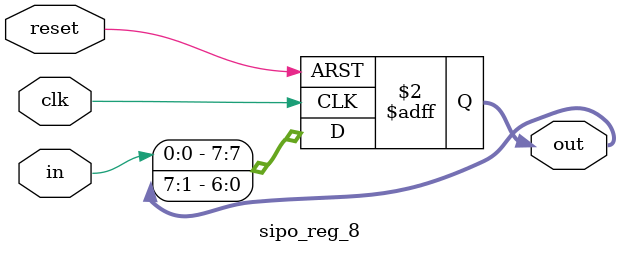
<source format=v>

module sipo_reg_8(output reg [7:0] out,
                  input in, clk, reset);

always @ (posedge reset or negedge clk)
begin
    if (reset)
    out <= 8'b0;
    else
    out <= {in,out[7:1]};
end

endmodule
</source>
